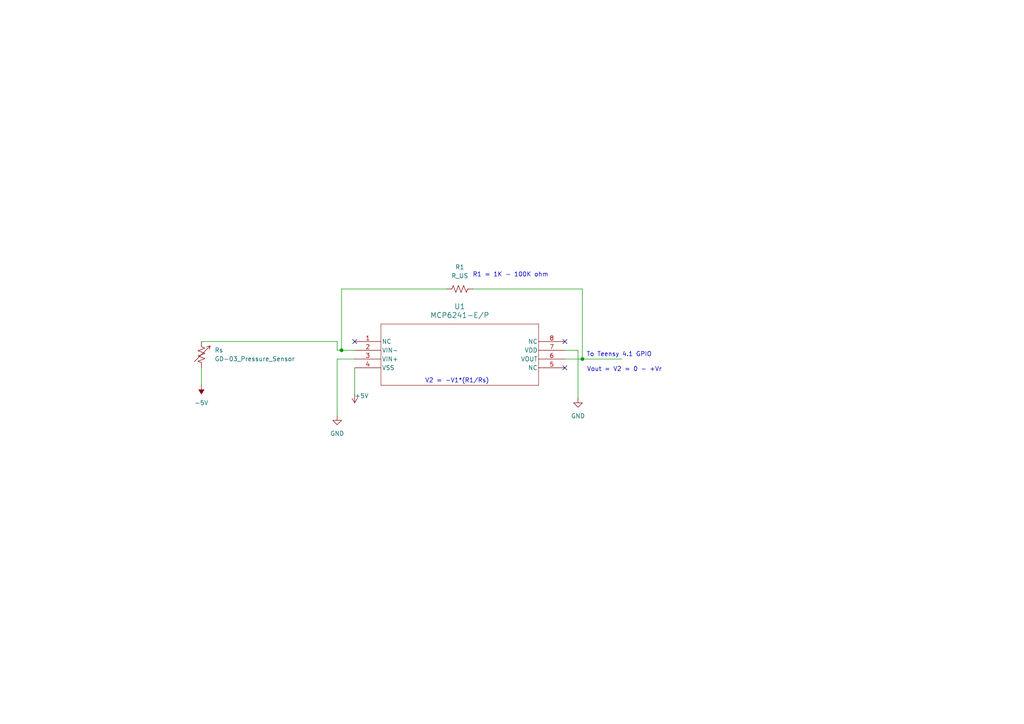
<source format=kicad_sch>
(kicad_sch (version 20231120) (generator "eeschema") (generator_version "8.0")
  (paper "A4")
  (lib_symbols
    (symbol "Device:R_US" (pin_numbers hide) (pin_names (offset 0))
      (property "Reference" "R" (at 2.54 0 90))
      (property "Value" "R_US" (at -2.54 0 90))
      (symbol "R_US_0_1"
        (polyline (pts (xy 0 -2.286) (xy 0 -2.54)))
        (polyline (pts (xy 0 2.286) (xy 0 2.54)))
        (polyline (pts (xy 0 -0.762) (xy 1.016 -1.143) (xy 0 -1.524) (xy -1.016 -1.905) (xy 0 -2.286)))
        (polyline (pts (xy 0 0.762) (xy 1.016 0.381) (xy 0 0) (xy -1.016 -0.381) (xy 0 -0.762)))
        (polyline (pts (xy 0 2.286) (xy 1.016 1.905) (xy 0 1.524) (xy -1.016 1.143) (xy 0 0.762)))
      )
      (symbol "R_US_1_1"
        (pin passive line (at 0 3.81 270) (length 1.27) (name "~") (number "1"))
        (pin passive line (at 0 -3.81 90) (length 1.27) (name "~") (number "2"))
      )
    )
    (symbol "Poker_Scale:GD-03_Pressure_Sensor" (pin_numbers hide) (pin_names (offset 0))
      (property "Reference" "R" (at 2.54 -2.54 90))
      (property "Value" "GD-03_Pressure_Sensor" (at -2.54 -1.27 90))
      (symbol "GD-03_Pressure_Sensor_0_1"
        (polyline (pts (xy 0 -2.286) (xy 0 -2.54)))
        (polyline (pts (xy 0 2.286) (xy 0 2.54)))
        (polyline (pts (xy 0 -0.762) (xy 1.016 -1.143) (xy 0 -1.524) (xy -1.016 -1.905) (xy 0 -2.286)))
        (polyline (pts (xy 0 0.762) (xy 1.016 0.381) (xy 0 0) (xy -1.016 -0.381) (xy 0 -0.762)))
        (polyline (pts (xy 0 2.286) (xy 1.016 1.905) (xy 0 1.524) (xy -1.016 1.143) (xy 0 0.762)) (stroke (width 0.1524)))
        (polyline (pts (xy 2.286 1.524) (xy 2.54 2.54) (xy 1.524 2.286) (xy 2.54 2.54) (xy -2.032 -2.032)) (stroke (width 0.1524)))
      )
      (symbol "GD-03_Pressure_Sensor_1_1"
        (pin passive line (at 0 3.81 270) (length 1.27) (name "~") (number "1"))
        (pin passive line (at 0 -3.81 90) (length 1.27) (name "~") (number "2"))
      )
    )
    (symbol "Poker_Scale:MCP6241-E_P" (pin_names (offset 0.254))
      (property "Reference" "U" (at 30.48 10.16 0))
      (property "Value" "MCP6241-E/P" (at 30.48 7.62 0))
      (symbol "MCP6241-E_P_0_1"
        (polyline (pts (xy 7.62 -12.7) (xy 53.34 -12.7)) (stroke (width 0.127)))
        (polyline (pts (xy 7.62 5.08) (xy 7.62 -12.7)) (stroke (width 0.127)))
        (polyline (pts (xy 53.34 -12.7) (xy 53.34 5.08)) (stroke (width 0.127)))
        (polyline (pts (xy 53.34 5.08) (xy 7.62 5.08)) (stroke (width 0.127)))
        (pin unspecified line (at 0 0 0) (length 7.62) (name "NC") (number "1"))
        (pin unspecified line (at 0 -2.54 0) (length 7.62) (name "VIN-") (number "2"))
        (pin unspecified line (at 0 -5.08 0) (length 7.62) (name "VIN+") (number "3"))
        (pin unspecified line (at 0 -7.62 0) (length 7.62) (name "VSS") (number "4"))
        (pin unspecified line (at 60.96 -7.62 180) (length 7.62) (name "NC") (number "5"))
        (pin unspecified line (at 60.96 -5.08 180) (length 7.62) (name "VOUT") (number "6"))
        (pin unspecified line (at 60.96 -2.54 180) (length 7.62) (name "VDD") (number "7"))
        (pin unspecified line (at 60.96 0 180) (length 7.62) (name "NC") (number "8"))
      )
    )
    (symbol "power:+5V" (power) (pin_numbers hide) (pin_names (offset 0) hide)
      (property "Value" "+5V" (at 0 3.556 0))
      (symbol "+5V_0_1"
        (polyline (pts (xy -0.762 1.27) (xy 0 2.54)))
        (polyline (pts (xy 0 0) (xy 0 2.54)))
        (polyline (pts (xy 0 2.54) (xy 0.762 1.27)))
      )
      (symbol "+5V_1_1"
        (pin power_in line (at 0 0 90) (length 0) (name "~") (number "1"))
      )
    )
    (symbol "power:-5V" (power) (pin_numbers hide) (pin_names (offset 0) hide)
      (property "Value" "-5V" (at 0 3.556 0))
      (symbol "-5V_0_0"
        (pin power_in line (at 0 0 90) (length 0) (name "~") (number "1"))
      )
      (symbol "-5V_0_1"
        (polyline (pts (xy 0 0) (xy 0 1.27) (xy 0.762 1.27) (xy 0 2.54) (xy -0.762 1.27) (xy 0 1.27)) (fill (type outline)))
      )
    )
    (symbol "power:GND" (power) (pin_numbers hide) (pin_names (offset 0) hide)
      (property "Value" "GND" (at 0 -3.81 0))
      (symbol "GND_0_1"
        (polyline (pts (xy 0 0) (xy 0 -1.27) (xy 1.27 -1.27) (xy 0 -2.54) (xy -1.27 -1.27) (xy 0 -1.27)))
      )
      (symbol "GND_1_1"
        (pin power_in line (at 0 0 270) (length 0) (name "~") (number "1"))
      )
    )
  )
  (junction (at 168.91 104.14))
  (junction (at 99.06 101.6))
  (no_connect (at 163.83 106.68))
  (no_connect (at 102.87 99.06))
  (no_connect (at 163.83 99.06))
  (wire (pts (xy 167.64 101.6) (xy 163.83 101.6)))
  (wire (pts (xy 99.06 101.6) (xy 102.87 101.6)))
  (wire (pts (xy 102.87 104.14) (xy 97.79 104.14)))
  (wire (pts (xy 102.87 106.68) (xy 102.87 114.3)))
  (wire (pts (xy 97.79 99.06) (xy 97.79 101.6)))
  (wire (pts (xy 167.64 115.57) (xy 167.64 101.6)))
  (wire (pts (xy 58.42 106.68) (xy 58.42 111.76)))
  (wire (pts (xy 97.79 101.6) (xy 99.06 101.6)))
  (wire (pts (xy 168.91 104.14) (xy 180.34 104.14)))
  (wire (pts (xy 129.54 83.82) (xy 99.06 83.82)))
  (wire (pts (xy 168.91 104.14) (xy 163.83 104.14)))
  (wire (pts (xy 99.06 83.82) (xy 99.06 101.6)))
  (wire (pts (xy 58.42 99.06) (xy 97.79 99.06)))
  (wire (pts (xy 137.16 83.82) (xy 168.91 83.82)))
  (wire (pts (xy 168.91 83.82) (xy 168.91 104.14)))
  (wire (pts (xy 97.79 104.14) (xy 97.79 120.65)))
  (text "V2 = -V1*(R1/Rs)" (at 132.588 110.49 0) (effects (font (size 1.27 1.27))))
  (text "To Teensy 4.1 GPIO\n" (at 179.578 102.87 0) (effects (font (size 1.27 1.27))))
  (text "Vout = V2 = 0 - +Vr" (at 181.102 107.188 0) (effects (font (size 1.27 1.27))))
  (text "R1 = 1K - 100K ohm" (at 148.082 79.756 0) (effects (font (size 1.27 1.27))))
  (symbol (lib_id "Poker_Scale:GD-03_Pressure_Sensor") (at 58.42 102.87 0) (unit 1)
    (property "Reference" "Rs" (at 62.23 101.5618 0) (effects (justify left)))
    (property "Value" "GD-03_Pressure_Sensor" (at 62.23 104.1018 0) (effects (justify left)))
    (property "Datasheet" "\\Datasheets\\GD03-10N ENG_Pressure_Sensor.pdf" (effects (hide yes)))
    (property "Description" "Variable resistor, US symbol" (effects (hide yes)))
  )
  (symbol (lib_id "power:GND") (at 97.79 120.65 0) (unit 1)
    (property "Reference" "#PWR01" (effects (hide yes)))
    (property "Value" "GND" (at 97.79 125.73 0))
    (property "Description" "Power symbol creates a global label with name \"GND\" , ground" (effects (hide yes)))
  )
  (symbol (lib_id "power:GND") (at 167.64 115.57 0) (unit 1)
    (property "Reference" "#PWR02" (effects (hide yes)))
    (property "Value" "GND" (at 167.64 120.65 0))
    (property "Description" "Power symbol creates a global label with name \"GND\" , ground" (effects (hide yes)))
  )
  (symbol (lib_id "Device:R_US") (at 133.35 83.82 90) (unit 1)
    (property "Reference" "R1" (at 133.35 77.47 90))
    (property "Value" "R_US" (at 133.35 80.01 90))
    (property "Description" "Resistor, US symbol" (effects (hide yes)))
  )
  (symbol (lib_id "power:-5V") (at 58.42 111.76 180) (unit 1)
    (property "Reference" "#PWR04" (effects (hide yes)))
    (property "Value" "-5V" (at 58.42 116.84 0))
    (property "Description" "Power symbol creates a global label with name \"-5V\"" (effects (hide yes)))
  )
  (symbol (lib_id "Poker_Scale:MCP6241-E_P") (at 102.87 99.06 0) (unit 1)
    (property "Reference" "U1" (at 133.35 88.9 0) (effects (font (size 1.524 1.524))))
    (property "Value" "MCP6241-E/P" (at 133.35 91.44 0) (effects (font (size 1.524 1.524))))
    (property "Footprint" "Poker_Scale_Footprints:PDIP8_300MC_MCH" (effects (hide yes)))
    (property "Datasheet" "MCP6241-E/P" (effects (hide yes)))
  )
  (symbol (lib_id "power:+5V") (at 102.87 114.3 180) (unit 1)
    (property "Reference" "#PWR03" (effects (hide yes)))
    (property "Value" "+5V" (at 104.902 114.808 0))
    (property "Description" "Power symbol creates a global label with name \"+5V\"" (effects (hide yes)))
  )
)
</source>
